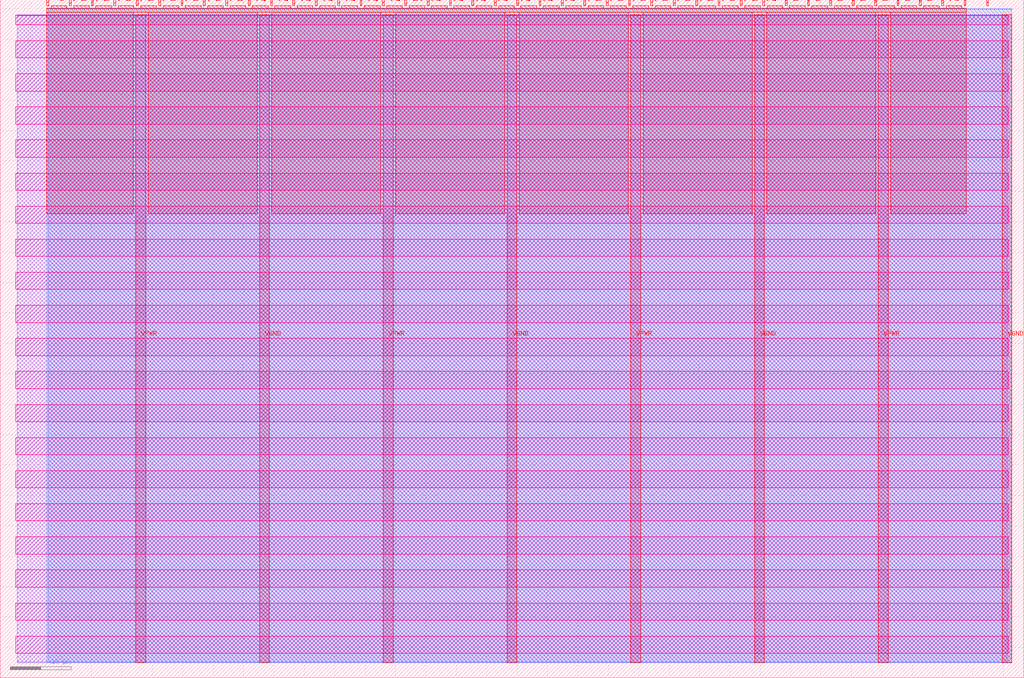
<source format=lef>
VERSION 5.7 ;
  NOWIREEXTENSIONATPIN ON ;
  DIVIDERCHAR "/" ;
  BUSBITCHARS "[]" ;
MACRO tt_um_chip_SP_Soy_de_Zacapa
  CLASS BLOCK ;
  FOREIGN tt_um_chip_SP_Soy_de_Zacapa ;
  ORIGIN 0.000 0.000 ;
  SIZE 168.360 BY 111.520 ;
  PIN VGND
    DIRECTION INOUT ;
    USE GROUND ;
    PORT
      LAYER met4 ;
        RECT 42.670 2.480 44.270 109.040 ;
    END
    PORT
      LAYER met4 ;
        RECT 83.380 2.480 84.980 109.040 ;
    END
    PORT
      LAYER met4 ;
        RECT 124.090 2.480 125.690 109.040 ;
    END
    PORT
      LAYER met4 ;
        RECT 164.800 2.480 166.400 109.040 ;
    END
  END VGND
  PIN VPWR
    DIRECTION INOUT ;
    USE POWER ;
    PORT
      LAYER met4 ;
        RECT 22.315 2.480 23.915 109.040 ;
    END
    PORT
      LAYER met4 ;
        RECT 63.025 2.480 64.625 109.040 ;
    END
    PORT
      LAYER met4 ;
        RECT 103.735 2.480 105.335 109.040 ;
    END
    PORT
      LAYER met4 ;
        RECT 144.445 2.480 146.045 109.040 ;
    END
  END VPWR
  PIN clk
    DIRECTION INPUT ;
    USE SIGNAL ;
    ANTENNAGATEAREA 0.852000 ;
    PORT
      LAYER met4 ;
        RECT 158.550 110.520 158.850 111.520 ;
    END
  END clk
  PIN ena
    DIRECTION INPUT ;
    USE SIGNAL ;
    PORT
      LAYER met4 ;
        RECT 162.230 110.520 162.530 111.520 ;
    END
  END ena
  PIN rst_n
    DIRECTION INPUT ;
    USE SIGNAL ;
    ANTENNAGATEAREA 0.196500 ;
    PORT
      LAYER met4 ;
        RECT 154.870 110.520 155.170 111.520 ;
    END
  END rst_n
  PIN ui_in[0]
    DIRECTION INPUT ;
    USE SIGNAL ;
    ANTENNAGATEAREA 0.213000 ;
    PORT
      LAYER met4 ;
        RECT 151.190 110.520 151.490 111.520 ;
    END
  END ui_in[0]
  PIN ui_in[1]
    DIRECTION INPUT ;
    USE SIGNAL ;
    ANTENNAGATEAREA 0.213000 ;
    PORT
      LAYER met4 ;
        RECT 147.510 110.520 147.810 111.520 ;
    END
  END ui_in[1]
  PIN ui_in[2]
    DIRECTION INPUT ;
    USE SIGNAL ;
    PORT
      LAYER met4 ;
        RECT 143.830 110.520 144.130 111.520 ;
    END
  END ui_in[2]
  PIN ui_in[3]
    DIRECTION INPUT ;
    USE SIGNAL ;
    PORT
      LAYER met4 ;
        RECT 140.150 110.520 140.450 111.520 ;
    END
  END ui_in[3]
  PIN ui_in[4]
    DIRECTION INPUT ;
    USE SIGNAL ;
    PORT
      LAYER met4 ;
        RECT 136.470 110.520 136.770 111.520 ;
    END
  END ui_in[4]
  PIN ui_in[5]
    DIRECTION INPUT ;
    USE SIGNAL ;
    PORT
      LAYER met4 ;
        RECT 132.790 110.520 133.090 111.520 ;
    END
  END ui_in[5]
  PIN ui_in[6]
    DIRECTION INPUT ;
    USE SIGNAL ;
    PORT
      LAYER met4 ;
        RECT 129.110 110.520 129.410 111.520 ;
    END
  END ui_in[6]
  PIN ui_in[7]
    DIRECTION INPUT ;
    USE SIGNAL ;
    PORT
      LAYER met4 ;
        RECT 125.430 110.520 125.730 111.520 ;
    END
  END ui_in[7]
  PIN uio_in[0]
    DIRECTION INPUT ;
    USE SIGNAL ;
    PORT
      LAYER met4 ;
        RECT 121.750 110.520 122.050 111.520 ;
    END
  END uio_in[0]
  PIN uio_in[1]
    DIRECTION INPUT ;
    USE SIGNAL ;
    PORT
      LAYER met4 ;
        RECT 118.070 110.520 118.370 111.520 ;
    END
  END uio_in[1]
  PIN uio_in[2]
    DIRECTION INPUT ;
    USE SIGNAL ;
    PORT
      LAYER met4 ;
        RECT 114.390 110.520 114.690 111.520 ;
    END
  END uio_in[2]
  PIN uio_in[3]
    DIRECTION INPUT ;
    USE SIGNAL ;
    PORT
      LAYER met4 ;
        RECT 110.710 110.520 111.010 111.520 ;
    END
  END uio_in[3]
  PIN uio_in[4]
    DIRECTION INPUT ;
    USE SIGNAL ;
    PORT
      LAYER met4 ;
        RECT 107.030 110.520 107.330 111.520 ;
    END
  END uio_in[4]
  PIN uio_in[5]
    DIRECTION INPUT ;
    USE SIGNAL ;
    PORT
      LAYER met4 ;
        RECT 103.350 110.520 103.650 111.520 ;
    END
  END uio_in[5]
  PIN uio_in[6]
    DIRECTION INPUT ;
    USE SIGNAL ;
    PORT
      LAYER met4 ;
        RECT 99.670 110.520 99.970 111.520 ;
    END
  END uio_in[6]
  PIN uio_in[7]
    DIRECTION INPUT ;
    USE SIGNAL ;
    PORT
      LAYER met4 ;
        RECT 95.990 110.520 96.290 111.520 ;
    END
  END uio_in[7]
  PIN uio_oe[0]
    DIRECTION OUTPUT TRISTATE ;
    USE SIGNAL ;
    PORT
      LAYER met4 ;
        RECT 33.430 110.520 33.730 111.520 ;
    END
  END uio_oe[0]
  PIN uio_oe[1]
    DIRECTION OUTPUT TRISTATE ;
    USE SIGNAL ;
    PORT
      LAYER met4 ;
        RECT 29.750 110.520 30.050 111.520 ;
    END
  END uio_oe[1]
  PIN uio_oe[2]
    DIRECTION OUTPUT TRISTATE ;
    USE SIGNAL ;
    PORT
      LAYER met4 ;
        RECT 26.070 110.520 26.370 111.520 ;
    END
  END uio_oe[2]
  PIN uio_oe[3]
    DIRECTION OUTPUT TRISTATE ;
    USE SIGNAL ;
    PORT
      LAYER met4 ;
        RECT 22.390 110.520 22.690 111.520 ;
    END
  END uio_oe[3]
  PIN uio_oe[4]
    DIRECTION OUTPUT TRISTATE ;
    USE SIGNAL ;
    PORT
      LAYER met4 ;
        RECT 18.710 110.520 19.010 111.520 ;
    END
  END uio_oe[4]
  PIN uio_oe[5]
    DIRECTION OUTPUT TRISTATE ;
    USE SIGNAL ;
    PORT
      LAYER met4 ;
        RECT 15.030 110.520 15.330 111.520 ;
    END
  END uio_oe[5]
  PIN uio_oe[6]
    DIRECTION OUTPUT TRISTATE ;
    USE SIGNAL ;
    PORT
      LAYER met4 ;
        RECT 11.350 110.520 11.650 111.520 ;
    END
  END uio_oe[6]
  PIN uio_oe[7]
    DIRECTION OUTPUT TRISTATE ;
    USE SIGNAL ;
    PORT
      LAYER met4 ;
        RECT 7.670 110.520 7.970 111.520 ;
    END
  END uio_oe[7]
  PIN uio_out[0]
    DIRECTION OUTPUT TRISTATE ;
    USE SIGNAL ;
    PORT
      LAYER met4 ;
        RECT 62.870 110.520 63.170 111.520 ;
    END
  END uio_out[0]
  PIN uio_out[1]
    DIRECTION OUTPUT TRISTATE ;
    USE SIGNAL ;
    PORT
      LAYER met4 ;
        RECT 59.190 110.520 59.490 111.520 ;
    END
  END uio_out[1]
  PIN uio_out[2]
    DIRECTION OUTPUT TRISTATE ;
    USE SIGNAL ;
    PORT
      LAYER met4 ;
        RECT 55.510 110.520 55.810 111.520 ;
    END
  END uio_out[2]
  PIN uio_out[3]
    DIRECTION OUTPUT TRISTATE ;
    USE SIGNAL ;
    PORT
      LAYER met4 ;
        RECT 51.830 110.520 52.130 111.520 ;
    END
  END uio_out[3]
  PIN uio_out[4]
    DIRECTION OUTPUT TRISTATE ;
    USE SIGNAL ;
    PORT
      LAYER met4 ;
        RECT 48.150 110.520 48.450 111.520 ;
    END
  END uio_out[4]
  PIN uio_out[5]
    DIRECTION OUTPUT TRISTATE ;
    USE SIGNAL ;
    PORT
      LAYER met4 ;
        RECT 44.470 110.520 44.770 111.520 ;
    END
  END uio_out[5]
  PIN uio_out[6]
    DIRECTION OUTPUT TRISTATE ;
    USE SIGNAL ;
    PORT
      LAYER met4 ;
        RECT 40.790 110.520 41.090 111.520 ;
    END
  END uio_out[6]
  PIN uio_out[7]
    DIRECTION OUTPUT TRISTATE ;
    USE SIGNAL ;
    PORT
      LAYER met4 ;
        RECT 37.110 110.520 37.410 111.520 ;
    END
  END uio_out[7]
  PIN uo_out[0]
    DIRECTION OUTPUT TRISTATE ;
    USE SIGNAL ;
    ANTENNAGATEAREA 0.247500 ;
    ANTENNADIFFAREA 0.891000 ;
    PORT
      LAYER met4 ;
        RECT 92.310 110.520 92.610 111.520 ;
    END
  END uo_out[0]
  PIN uo_out[1]
    DIRECTION OUTPUT TRISTATE ;
    USE SIGNAL ;
    ANTENNAGATEAREA 0.247500 ;
    ANTENNADIFFAREA 0.891000 ;
    PORT
      LAYER met4 ;
        RECT 88.630 110.520 88.930 111.520 ;
    END
  END uo_out[1]
  PIN uo_out[2]
    DIRECTION OUTPUT TRISTATE ;
    USE SIGNAL ;
    ANTENNAGATEAREA 0.247500 ;
    ANTENNADIFFAREA 0.445500 ;
    PORT
      LAYER met4 ;
        RECT 84.950 110.520 85.250 111.520 ;
    END
  END uo_out[2]
  PIN uo_out[3]
    DIRECTION OUTPUT TRISTATE ;
    USE SIGNAL ;
    ANTENNAGATEAREA 0.247500 ;
    ANTENNADIFFAREA 0.891000 ;
    PORT
      LAYER met4 ;
        RECT 81.270 110.520 81.570 111.520 ;
    END
  END uo_out[3]
  PIN uo_out[4]
    DIRECTION OUTPUT TRISTATE ;
    USE SIGNAL ;
    ANTENNAGATEAREA 0.126000 ;
    ANTENNADIFFAREA 0.891000 ;
    PORT
      LAYER met4 ;
        RECT 77.590 110.520 77.890 111.520 ;
    END
  END uo_out[4]
  PIN uo_out[5]
    DIRECTION OUTPUT TRISTATE ;
    USE SIGNAL ;
    ANTENNAGATEAREA 0.126000 ;
    ANTENNADIFFAREA 0.891000 ;
    PORT
      LAYER met4 ;
        RECT 73.910 110.520 74.210 111.520 ;
    END
  END uo_out[5]
  PIN uo_out[6]
    DIRECTION OUTPUT TRISTATE ;
    USE SIGNAL ;
    ANTENNAGATEAREA 0.126000 ;
    ANTENNADIFFAREA 0.891000 ;
    PORT
      LAYER met4 ;
        RECT 70.230 110.520 70.530 111.520 ;
    END
  END uo_out[6]
  PIN uo_out[7]
    DIRECTION OUTPUT TRISTATE ;
    USE SIGNAL ;
    ANTENNAGATEAREA 0.126000 ;
    ANTENNADIFFAREA 0.891000 ;
    PORT
      LAYER met4 ;
        RECT 66.550 110.520 66.850 111.520 ;
    END
  END uo_out[7]
  OBS
      LAYER nwell ;
        RECT 2.570 107.385 165.790 108.990 ;
        RECT 2.570 101.945 165.790 104.775 ;
        RECT 2.570 96.505 165.790 99.335 ;
        RECT 2.570 91.065 165.790 93.895 ;
        RECT 2.570 85.625 165.790 88.455 ;
        RECT 2.570 80.185 165.790 83.015 ;
        RECT 2.570 74.745 165.790 77.575 ;
        RECT 2.570 69.305 165.790 72.135 ;
        RECT 2.570 63.865 165.790 66.695 ;
        RECT 2.570 58.425 165.790 61.255 ;
        RECT 2.570 52.985 165.790 55.815 ;
        RECT 2.570 47.545 165.790 50.375 ;
        RECT 2.570 42.105 165.790 44.935 ;
        RECT 2.570 36.665 165.790 39.495 ;
        RECT 2.570 31.225 165.790 34.055 ;
        RECT 2.570 25.785 165.790 28.615 ;
        RECT 2.570 20.345 165.790 23.175 ;
        RECT 2.570 14.905 165.790 17.735 ;
        RECT 2.570 9.465 165.790 12.295 ;
        RECT 2.570 4.025 165.790 6.855 ;
      LAYER li1 ;
        RECT 2.760 2.635 165.600 108.885 ;
      LAYER met1 ;
        RECT 2.760 2.480 166.400 109.040 ;
      LAYER met2 ;
        RECT 7.910 2.535 166.370 110.005 ;
      LAYER met3 ;
        RECT 7.630 2.555 166.390 109.985 ;
      LAYER met4 ;
        RECT 8.370 110.120 10.950 110.520 ;
        RECT 12.050 110.120 14.630 110.520 ;
        RECT 15.730 110.120 18.310 110.520 ;
        RECT 19.410 110.120 21.990 110.520 ;
        RECT 23.090 110.120 25.670 110.520 ;
        RECT 26.770 110.120 29.350 110.520 ;
        RECT 30.450 110.120 33.030 110.520 ;
        RECT 34.130 110.120 36.710 110.520 ;
        RECT 37.810 110.120 40.390 110.520 ;
        RECT 41.490 110.120 44.070 110.520 ;
        RECT 45.170 110.120 47.750 110.520 ;
        RECT 48.850 110.120 51.430 110.520 ;
        RECT 52.530 110.120 55.110 110.520 ;
        RECT 56.210 110.120 58.790 110.520 ;
        RECT 59.890 110.120 62.470 110.520 ;
        RECT 63.570 110.120 66.150 110.520 ;
        RECT 67.250 110.120 69.830 110.520 ;
        RECT 70.930 110.120 73.510 110.520 ;
        RECT 74.610 110.120 77.190 110.520 ;
        RECT 78.290 110.120 80.870 110.520 ;
        RECT 81.970 110.120 84.550 110.520 ;
        RECT 85.650 110.120 88.230 110.520 ;
        RECT 89.330 110.120 91.910 110.520 ;
        RECT 93.010 110.120 95.590 110.520 ;
        RECT 96.690 110.120 99.270 110.520 ;
        RECT 100.370 110.120 102.950 110.520 ;
        RECT 104.050 110.120 106.630 110.520 ;
        RECT 107.730 110.120 110.310 110.520 ;
        RECT 111.410 110.120 113.990 110.520 ;
        RECT 115.090 110.120 117.670 110.520 ;
        RECT 118.770 110.120 121.350 110.520 ;
        RECT 122.450 110.120 125.030 110.520 ;
        RECT 126.130 110.120 128.710 110.520 ;
        RECT 129.810 110.120 132.390 110.520 ;
        RECT 133.490 110.120 136.070 110.520 ;
        RECT 137.170 110.120 139.750 110.520 ;
        RECT 140.850 110.120 143.430 110.520 ;
        RECT 144.530 110.120 147.110 110.520 ;
        RECT 148.210 110.120 150.790 110.520 ;
        RECT 151.890 110.120 154.470 110.520 ;
        RECT 155.570 110.120 158.150 110.520 ;
        RECT 7.655 109.440 158.865 110.120 ;
        RECT 7.655 76.335 21.915 109.440 ;
        RECT 24.315 76.335 42.270 109.440 ;
        RECT 44.670 76.335 62.625 109.440 ;
        RECT 65.025 76.335 82.980 109.440 ;
        RECT 85.380 76.335 103.335 109.440 ;
        RECT 105.735 76.335 123.690 109.440 ;
        RECT 126.090 76.335 144.045 109.440 ;
        RECT 146.445 76.335 158.865 109.440 ;
  END
END tt_um_chip_SP_Soy_de_Zacapa
END LIBRARY


</source>
